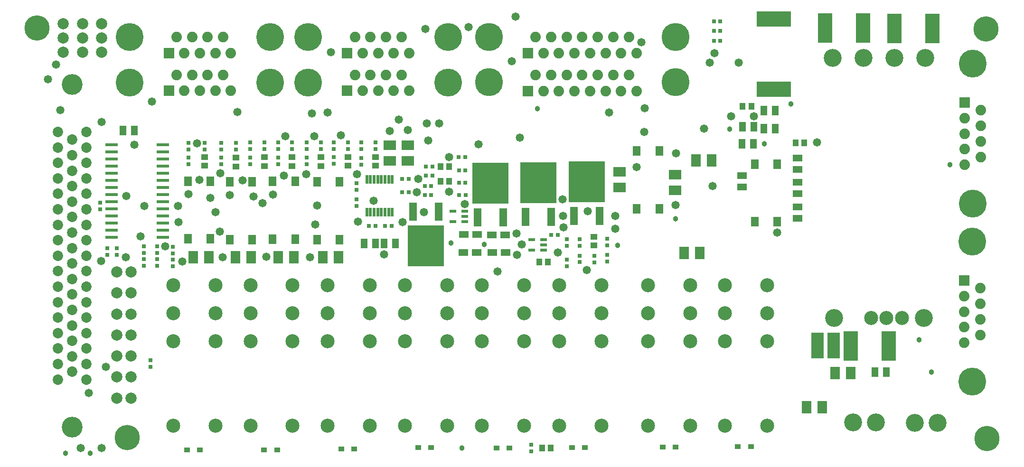
<source format=gts>
G04*
G04 #@! TF.GenerationSoftware,Altium Limited,Altium Designer,19.0.10 (269)*
G04*
G04 Layer_Color=8388736*
%FSLAX25Y25*%
%MOIN*%
G70*
G01*
G75*
%ADD19R,0.09000X0.02400*%
%ADD31R,0.04600X0.02000*%
%ADD38R,0.02965X0.02965*%
%ADD39C,0.03800*%
%ADD40R,0.10249X0.21076*%
%ADD41R,0.25406X0.29147*%
%ADD42R,0.05524X0.12611*%
%ADD43R,0.04343X0.03359*%
%ADD44R,0.05721X0.07099*%
%ADD45R,0.04343X0.04540*%
%ADD46R,0.01981X0.06312*%
%ADD47R,0.06706X0.05131*%
%ADD48R,0.24422X0.11036*%
%ADD49R,0.09068X0.17926*%
%ADD50R,0.02965X0.02965*%
%ADD51R,0.04540X0.04343*%
%ADD52R,0.06800X0.08800*%
%ADD53R,0.06800X0.04800*%
%ADD54R,0.04800X0.06800*%
%ADD55R,0.08800X0.06800*%
%ADD56C,0.14600*%
%ADD57C,0.07300*%
%ADD58C,0.07453*%
%ADD59R,0.07453X0.07453*%
%ADD60C,0.19540*%
%ADD61C,0.09855*%
%ADD62C,0.12611*%
%ADD63C,0.17729*%
%ADD64C,0.19698*%
%ADD65C,0.07453*%
%ADD66R,0.07453X0.07453*%
%ADD67C,0.07887*%
%ADD68C,0.05800*%
D19*
X333250Y446000D02*
D03*
Y441000D02*
D03*
Y436000D02*
D03*
Y431000D02*
D03*
Y426000D02*
D03*
Y421000D02*
D03*
Y416000D02*
D03*
Y411000D02*
D03*
Y406000D02*
D03*
Y401000D02*
D03*
Y396000D02*
D03*
Y391000D02*
D03*
Y386000D02*
D03*
Y381000D02*
D03*
X297250D02*
D03*
Y386000D02*
D03*
Y391000D02*
D03*
Y396000D02*
D03*
Y401000D02*
D03*
Y406000D02*
D03*
Y411000D02*
D03*
Y416000D02*
D03*
Y421000D02*
D03*
Y426000D02*
D03*
Y431000D02*
D03*
Y436000D02*
D03*
Y441000D02*
D03*
Y446000D02*
D03*
D31*
X545200Y391760D02*
D03*
Y395500D02*
D03*
Y399240D02*
D03*
X536800D02*
D03*
Y391760D02*
D03*
X600497Y371735D02*
D03*
Y375475D02*
D03*
Y379215D02*
D03*
X592097D02*
D03*
Y371735D02*
D03*
D38*
X289000Y405100D02*
D03*
Y400500D02*
D03*
X591750Y230450D02*
D03*
Y235050D02*
D03*
X616685Y365050D02*
D03*
Y360450D02*
D03*
X616797Y379621D02*
D03*
Y375021D02*
D03*
X645250Y363840D02*
D03*
Y368440D02*
D03*
X636047Y363354D02*
D03*
Y367954D02*
D03*
X625797Y379525D02*
D03*
Y374925D02*
D03*
Y368025D02*
D03*
Y363425D02*
D03*
X645047Y379800D02*
D03*
Y375200D02*
D03*
X319750Y369950D02*
D03*
Y374550D02*
D03*
X329250Y369950D02*
D03*
Y374550D02*
D03*
X340222Y369700D02*
D03*
Y374300D02*
D03*
X294250Y368700D02*
D03*
Y373300D02*
D03*
X300750Y368700D02*
D03*
Y373300D02*
D03*
X319750Y360950D02*
D03*
Y365550D02*
D03*
X329250Y360950D02*
D03*
Y365550D02*
D03*
X340222Y360700D02*
D03*
Y365300D02*
D03*
X469250Y407550D02*
D03*
Y402950D02*
D03*
Y418800D02*
D03*
Y414200D02*
D03*
X362500Y447300D02*
D03*
Y442700D02*
D03*
X384500Y447300D02*
D03*
Y442700D02*
D03*
X404500Y447550D02*
D03*
Y442950D02*
D03*
X394500Y447550D02*
D03*
Y442950D02*
D03*
X351000Y447300D02*
D03*
Y442700D02*
D03*
Y436850D02*
D03*
Y432250D02*
D03*
X374000Y447300D02*
D03*
Y442700D02*
D03*
Y436850D02*
D03*
Y432250D02*
D03*
X324500Y289950D02*
D03*
Y294550D02*
D03*
X423750Y447550D02*
D03*
Y442950D02*
D03*
X444000Y447550D02*
D03*
Y442950D02*
D03*
X463250Y447550D02*
D03*
Y442950D02*
D03*
X414250Y447550D02*
D03*
Y442950D02*
D03*
Y436850D02*
D03*
Y432250D02*
D03*
X434000Y447550D02*
D03*
Y442950D02*
D03*
Y436850D02*
D03*
Y432250D02*
D03*
X453000Y447550D02*
D03*
Y442950D02*
D03*
Y437050D02*
D03*
Y432450D02*
D03*
X472500Y447550D02*
D03*
Y442950D02*
D03*
Y436550D02*
D03*
Y431950D02*
D03*
X482500Y447550D02*
D03*
Y442950D02*
D03*
X394500Y436850D02*
D03*
Y432250D02*
D03*
D39*
X693028Y394031D02*
D03*
X543250Y232848D02*
D03*
X652500Y375250D02*
D03*
X885750Y432000D02*
D03*
X596047Y471250D02*
D03*
X755312Y446500D02*
D03*
X864061Y309000D02*
D03*
X872750Y286250D02*
D03*
X282250Y229250D02*
D03*
X264750D02*
D03*
X558696Y375750D02*
D03*
X535523Y376905D02*
D03*
X731250Y457000D02*
D03*
X774000Y474500D02*
D03*
D40*
X846713Y527500D02*
D03*
X873287D02*
D03*
X798213Y527750D02*
D03*
X824787D02*
D03*
X842791Y304549D02*
D03*
X816216D02*
D03*
D41*
X630726Y419819D02*
D03*
X596774Y419069D02*
D03*
X517774Y374931D02*
D03*
X563024Y418819D02*
D03*
D42*
X639703Y396000D02*
D03*
X621750D02*
D03*
X605750Y395250D02*
D03*
X587797D02*
D03*
X508797Y398750D02*
D03*
X526750D02*
D03*
X572000Y395000D02*
D03*
X554047D02*
D03*
D43*
X683972Y233500D02*
D03*
X693028D02*
D03*
X576514Y233000D02*
D03*
X567459D02*
D03*
X629514Y233250D02*
D03*
X620459D02*
D03*
X745964Y233750D02*
D03*
X736909D02*
D03*
X512359Y233250D02*
D03*
X521414D02*
D03*
X458309Y232250D02*
D03*
X467364D02*
D03*
X404259Y231500D02*
D03*
X413314D02*
D03*
X350209D02*
D03*
X359264D02*
D03*
D44*
X441365Y419846D02*
D03*
X457113D02*
D03*
Y379295D02*
D03*
X441365D02*
D03*
X410251Y420069D02*
D03*
X425999D02*
D03*
Y379518D02*
D03*
X410251D02*
D03*
X350626Y420276D02*
D03*
X366374D02*
D03*
Y379724D02*
D03*
X350626D02*
D03*
X380051Y419776D02*
D03*
X395799D02*
D03*
Y379224D02*
D03*
X380051D02*
D03*
X764374Y432276D02*
D03*
X748626D02*
D03*
Y391724D02*
D03*
X764374D02*
D03*
X665876Y401024D02*
D03*
X681624D02*
D03*
Y441576D02*
D03*
X665876D02*
D03*
D45*
X599449Y232750D02*
D03*
X605551D02*
D03*
X603548Y363500D02*
D03*
X597446D02*
D03*
X527949Y430500D02*
D03*
X534051D02*
D03*
X527949Y420047D02*
D03*
X534051D02*
D03*
X777449Y447250D02*
D03*
X783551D02*
D03*
X740199Y472750D02*
D03*
X746301D02*
D03*
D46*
X476293Y398386D02*
D03*
X478852D02*
D03*
X481411D02*
D03*
X483970D02*
D03*
X486529D02*
D03*
X489089D02*
D03*
X491648D02*
D03*
X494207D02*
D03*
X476293Y421614D02*
D03*
X478852D02*
D03*
X481411D02*
D03*
X483970D02*
D03*
X486529D02*
D03*
X489089D02*
D03*
X491648D02*
D03*
X494207D02*
D03*
D47*
X553724Y382750D02*
D03*
X544276D02*
D03*
X544026Y370250D02*
D03*
X553474D02*
D03*
X573474Y382500D02*
D03*
X564026D02*
D03*
X564276Y370250D02*
D03*
X573724D02*
D03*
D48*
X762082Y534205D02*
D03*
Y484795D02*
D03*
D49*
X803984Y305000D02*
D03*
X792763D02*
D03*
D50*
X605747Y382548D02*
D03*
X610347D02*
D03*
X724551Y518958D02*
D03*
X719951D02*
D03*
X724551Y525729D02*
D03*
X719951D02*
D03*
X724551Y532500D02*
D03*
X719951D02*
D03*
X522301Y424250D02*
D03*
X517701D02*
D03*
X545550Y428000D02*
D03*
X540950D02*
D03*
X545550Y419250D02*
D03*
X540950D02*
D03*
X541200Y410500D02*
D03*
X545800D02*
D03*
X522300Y430500D02*
D03*
X517700D02*
D03*
X545300Y437250D02*
D03*
X540700D02*
D03*
X516950Y416750D02*
D03*
X521550D02*
D03*
Y410500D02*
D03*
X516950D02*
D03*
X482300Y388750D02*
D03*
X477700D02*
D03*
X501200Y412500D02*
D03*
X505800D02*
D03*
X501200Y422000D02*
D03*
X505800D02*
D03*
X489200Y388750D02*
D03*
X493800D02*
D03*
D51*
X635797Y381276D02*
D03*
Y375174D02*
D03*
X482500Y431199D02*
D03*
Y437301D02*
D03*
X463250Y431199D02*
D03*
Y437301D02*
D03*
X444000Y430949D02*
D03*
Y437051D02*
D03*
X423750Y430949D02*
D03*
Y437051D02*
D03*
X404500D02*
D03*
Y430949D02*
D03*
X384500Y436801D02*
D03*
Y430699D02*
D03*
X362500Y437301D02*
D03*
Y431199D02*
D03*
D52*
X707500Y435000D02*
D03*
X718500D02*
D03*
X796250Y261500D02*
D03*
X785250D02*
D03*
X699250Y370000D02*
D03*
X710250D02*
D03*
X816250Y285500D02*
D03*
X805250D02*
D03*
X425250Y366793D02*
D03*
X414250D02*
D03*
X456364Y366821D02*
D03*
X445364D02*
D03*
X395050Y366750D02*
D03*
X384050D02*
D03*
X365500D02*
D03*
X354500D02*
D03*
D53*
X778900Y419475D02*
D03*
Y411475D02*
D03*
Y402250D02*
D03*
Y394250D02*
D03*
X739750Y416069D02*
D03*
Y424069D02*
D03*
X778900Y428700D02*
D03*
Y436700D02*
D03*
D54*
X755250Y457250D02*
D03*
X763250D02*
D03*
X739833Y446500D02*
D03*
X747833D02*
D03*
X748100Y458388D02*
D03*
X740100D02*
D03*
X841000Y286250D02*
D03*
X833000D02*
D03*
X755146Y469720D02*
D03*
X763146D02*
D03*
X474500Y376500D02*
D03*
X482500D02*
D03*
X496500D02*
D03*
X488500D02*
D03*
X313250Y456000D02*
D03*
X305250D02*
D03*
D55*
X692750Y414000D02*
D03*
Y425000D02*
D03*
X653750Y416000D02*
D03*
Y427000D02*
D03*
X505000Y445543D02*
D03*
Y434543D02*
D03*
X492500Y434494D02*
D03*
Y445494D02*
D03*
D56*
X269500Y247654D02*
D03*
Y488205D02*
D03*
D57*
X259500Y454858D02*
D03*
X279500D02*
D03*
X259500Y433126D02*
D03*
Y422260D02*
D03*
Y411394D02*
D03*
Y400527D02*
D03*
Y389661D02*
D03*
Y378795D02*
D03*
Y367929D02*
D03*
Y357063D02*
D03*
Y346197D02*
D03*
Y335331D02*
D03*
Y324465D02*
D03*
Y313598D02*
D03*
Y302732D02*
D03*
Y291866D02*
D03*
Y281000D02*
D03*
X269500Y449386D02*
D03*
Y438522D02*
D03*
Y427659D02*
D03*
Y416795D02*
D03*
Y405932D02*
D03*
Y395068D02*
D03*
Y384205D02*
D03*
Y373341D02*
D03*
Y362478D02*
D03*
Y351614D02*
D03*
Y340751D02*
D03*
Y329887D02*
D03*
Y319024D02*
D03*
Y308160D02*
D03*
Y297297D02*
D03*
Y286433D02*
D03*
X279500Y443992D02*
D03*
Y433126D02*
D03*
Y422260D02*
D03*
Y411394D02*
D03*
Y400527D02*
D03*
Y389661D02*
D03*
Y378795D02*
D03*
Y367929D02*
D03*
Y357063D02*
D03*
Y346197D02*
D03*
Y335331D02*
D03*
Y324465D02*
D03*
Y313598D02*
D03*
Y302732D02*
D03*
X259500Y443992D02*
D03*
X279500Y291866D02*
D03*
Y281000D02*
D03*
D58*
X896159Y431882D02*
D03*
X907341Y437335D02*
D03*
X896159Y442787D02*
D03*
X907341Y448240D02*
D03*
X896159Y453693D02*
D03*
X907341Y459146D02*
D03*
X896159Y464598D02*
D03*
X907341Y470051D02*
D03*
X342750Y494900D02*
D03*
X348203Y483719D02*
D03*
X353656Y494900D02*
D03*
X359108Y483719D02*
D03*
X364561Y494900D02*
D03*
X370014Y483719D02*
D03*
X375466Y494900D02*
D03*
X380919Y483719D02*
D03*
Y510319D02*
D03*
X375466Y521500D02*
D03*
X370014Y510319D02*
D03*
X364561Y521500D02*
D03*
X359108Y510319D02*
D03*
X353656Y521500D02*
D03*
X348203Y510319D02*
D03*
X342750Y521500D02*
D03*
X467936Y494900D02*
D03*
X473389Y483719D02*
D03*
X478841Y494900D02*
D03*
X484294Y483719D02*
D03*
X489747Y494900D02*
D03*
X495200Y483719D02*
D03*
X500653Y494900D02*
D03*
X506105Y483719D02*
D03*
Y510319D02*
D03*
X500653Y521500D02*
D03*
X495200Y510319D02*
D03*
X489747Y521500D02*
D03*
X484294Y510319D02*
D03*
X478841Y521500D02*
D03*
X473389Y510319D02*
D03*
X467936Y521500D02*
D03*
X907091Y345051D02*
D03*
X895909Y339598D02*
D03*
X907091Y334146D02*
D03*
X895909Y328693D02*
D03*
X907091Y323240D02*
D03*
X895909Y317787D02*
D03*
X907091Y312335D02*
D03*
X895909Y306882D02*
D03*
D59*
X896159Y475504D02*
D03*
X895909Y350504D02*
D03*
D60*
X901750Y502886D02*
D03*
Y404500D02*
D03*
X408301Y489700D02*
D03*
X309915D02*
D03*
Y521500D02*
D03*
X408301D02*
D03*
X533487Y489700D02*
D03*
X435101D02*
D03*
Y521500D02*
D03*
X533487D02*
D03*
X901500Y279500D02*
D03*
Y377886D02*
D03*
D61*
X841250Y324250D02*
D03*
X830384D02*
D03*
X852077D02*
D03*
X757357Y248695D02*
D03*
X727830D02*
D03*
Y307750D02*
D03*
X757357D02*
D03*
X727830Y327435D02*
D03*
X757357D02*
D03*
X727830Y347120D02*
D03*
X757357D02*
D03*
X641071Y248695D02*
D03*
X611544D02*
D03*
Y307750D02*
D03*
X641071D02*
D03*
X611544Y327435D02*
D03*
X641071D02*
D03*
X611544Y347120D02*
D03*
X641071D02*
D03*
X532643Y248695D02*
D03*
X503115D02*
D03*
Y307750D02*
D03*
X532643D02*
D03*
X503115Y327435D02*
D03*
X532643D02*
D03*
X503115Y347120D02*
D03*
X532643D02*
D03*
X478429Y248695D02*
D03*
X448901D02*
D03*
Y307750D02*
D03*
X478429D02*
D03*
X448901Y327435D02*
D03*
X478429D02*
D03*
X448901Y347120D02*
D03*
X478429D02*
D03*
X424214Y248695D02*
D03*
X394687D02*
D03*
Y307750D02*
D03*
X424214D02*
D03*
X394687Y327435D02*
D03*
X424214D02*
D03*
X394687Y347120D02*
D03*
X424214D02*
D03*
X703286Y248695D02*
D03*
X673758D02*
D03*
Y307750D02*
D03*
X703286D02*
D03*
X673758Y327435D02*
D03*
X703286D02*
D03*
X673758Y347120D02*
D03*
X703286D02*
D03*
X586750Y248695D02*
D03*
X557222D02*
D03*
Y307750D02*
D03*
X586750D02*
D03*
X557222Y327435D02*
D03*
X586750D02*
D03*
X557222Y347120D02*
D03*
X586750D02*
D03*
X370000Y248695D02*
D03*
X340472D02*
D03*
Y307750D02*
D03*
X370000D02*
D03*
X340472Y327435D02*
D03*
X370000D02*
D03*
X340472Y347120D02*
D03*
X370000D02*
D03*
D62*
X867313Y324250D02*
D03*
X804321D02*
D03*
X824990Y506848D02*
D03*
X803337D02*
D03*
X846644D02*
D03*
X868297D02*
D03*
X877000Y250647D02*
D03*
X861000D02*
D03*
X833750Y250895D02*
D03*
X817750D02*
D03*
D63*
X308000Y240250D02*
D03*
X244750Y527750D02*
D03*
X911750Y239613D02*
D03*
X911250Y527250D02*
D03*
D64*
X693181Y490000D02*
D03*
X562000D02*
D03*
Y521500D02*
D03*
X693181D02*
D03*
D65*
X665760Y483700D02*
D03*
X660307Y494900D02*
D03*
X654854Y483700D02*
D03*
X649402Y494900D02*
D03*
X643949Y483700D02*
D03*
X638496Y494900D02*
D03*
X633043Y483700D02*
D03*
X627591Y494900D02*
D03*
X622138Y483700D02*
D03*
X616685Y494900D02*
D03*
X611232Y483700D02*
D03*
X605780Y494900D02*
D03*
X600327Y483700D02*
D03*
X594874Y494900D02*
D03*
Y521500D02*
D03*
X600327Y510319D02*
D03*
X605780Y521500D02*
D03*
X611232Y510319D02*
D03*
X616685Y521500D02*
D03*
X622138Y510319D02*
D03*
X627591Y521500D02*
D03*
X633043Y510319D02*
D03*
X638496Y521500D02*
D03*
X643949Y510319D02*
D03*
X649402Y521500D02*
D03*
X654854Y510319D02*
D03*
X660307Y521500D02*
D03*
X665760Y510319D02*
D03*
D66*
X589421Y483700D02*
D03*
Y510319D02*
D03*
X337297Y483719D02*
D03*
Y510319D02*
D03*
X462483Y483719D02*
D03*
Y510319D02*
D03*
D67*
X290000Y531000D02*
D03*
Y521000D02*
D03*
Y511000D02*
D03*
X276625Y531000D02*
D03*
Y521000D02*
D03*
Y511000D02*
D03*
X263250Y531000D02*
D03*
Y521000D02*
D03*
Y511000D02*
D03*
X310750Y356500D02*
D03*
X300750D02*
D03*
X310750Y341750D02*
D03*
X300750D02*
D03*
X310750Y327000D02*
D03*
X300750D02*
D03*
Y312250D02*
D03*
X310750D02*
D03*
Y297500D02*
D03*
X300750D02*
D03*
Y282750D02*
D03*
X310750D02*
D03*
Y268000D02*
D03*
X300750D02*
D03*
D68*
X252495Y491814D02*
D03*
X261200Y470250D02*
D03*
X527000Y461000D02*
D03*
X275500Y233000D02*
D03*
X290250D02*
D03*
X281000Y271500D02*
D03*
X290250Y461750D02*
D03*
X289750Y364200D02*
D03*
X433750Y425333D02*
D03*
X630887Y357750D02*
D03*
X519429Y448815D02*
D03*
X448750Y468429D02*
D03*
X357000Y446750D02*
D03*
X385500Y468750D02*
D03*
X437750Y467920D02*
D03*
X458000Y452500D02*
D03*
X439500Y451750D02*
D03*
X419000D02*
D03*
X358750Y421250D02*
D03*
X396862Y409500D02*
D03*
X581614Y368642D02*
D03*
X585000Y375750D02*
D03*
X581436Y383500D02*
D03*
X501594Y391500D02*
D03*
X334750Y374500D02*
D03*
X346665Y363840D02*
D03*
X511500Y412500D02*
D03*
X293000Y290000D02*
D03*
X693500Y439750D02*
D03*
X580774Y535750D02*
D03*
X403000Y404750D02*
D03*
X488500Y368750D02*
D03*
X554610Y446250D02*
D03*
X469500Y425250D02*
D03*
X440000Y390000D02*
D03*
X451253Y511000D02*
D03*
X646500Y468500D02*
D03*
X578051Y504551D02*
D03*
X518414Y460750D02*
D03*
X498750Y463500D02*
D03*
X764500Y384250D02*
D03*
X517500Y527200D02*
D03*
X583626Y450750D02*
D03*
X610500Y370092D02*
D03*
X512327Y422000D02*
D03*
X492500Y455500D02*
D03*
X258250Y502250D02*
D03*
X650914Y387000D02*
D03*
X719000Y417000D02*
D03*
X732000Y465750D02*
D03*
X748000D02*
D03*
X713000Y457250D02*
D03*
X792300Y447500D02*
D03*
X737500Y503500D02*
D03*
X547750Y528670D02*
D03*
X344250Y391500D02*
D03*
X325500Y476250D02*
D03*
X716979Y503500D02*
D03*
X669000Y518000D02*
D03*
X516500Y398500D02*
D03*
X614435Y387750D02*
D03*
X650700Y396000D02*
D03*
X693028Y403500D02*
D03*
X720500Y510319D02*
D03*
X631500Y399240D02*
D03*
X613750Y407550D02*
D03*
X568000Y356750D02*
D03*
X307500Y409750D02*
D03*
X317388Y381500D02*
D03*
X313250Y445750D02*
D03*
X671500Y471500D02*
D03*
X671250Y454858D02*
D03*
X544950Y404250D02*
D03*
X614250Y396000D02*
D03*
X665876Y430126D02*
D03*
X373000Y385000D02*
D03*
X320250Y403000D02*
D03*
X343750D02*
D03*
X436401Y366821D02*
D03*
X441401Y403321D02*
D03*
X389000Y420750D02*
D03*
X307000Y367000D02*
D03*
X534000Y413000D02*
D03*
X534150Y437150D02*
D03*
X505000Y456250D02*
D03*
X370000Y398500D02*
D03*
X366374Y408406D02*
D03*
X470000Y391750D02*
D03*
X418000Y424250D02*
D03*
X373500Y426000D02*
D03*
X351142Y411250D02*
D03*
X481250Y406675D02*
D03*
X410375Y410793D02*
D03*
X380250Y410500D02*
D03*
X405875Y367043D02*
D03*
X375000Y367000D02*
D03*
M02*

</source>
